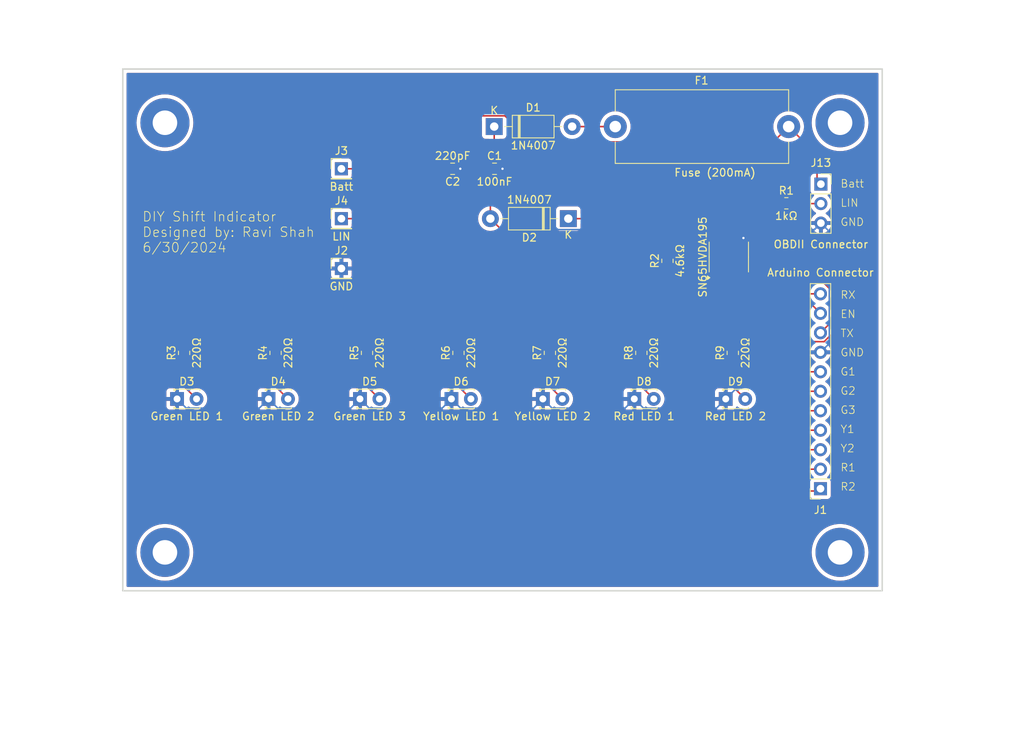
<source format=kicad_pcb>
(kicad_pcb (version 20240108) (generator "pcbnew") (generator_version "8.0")
  (layers (0 "F.Cu" signal) (31 "B.Cu" signal) (34 "B.Paste" user) (35 "F.Paste" user) (36 "B.SilkS" user "B.Silkscreen") (37 "F.SilkS" user "F.Silkscreen") (38 "B.Mask" user) (39 "F.Mask" user) (44 "Edge.Cuts" user))
  (net 0 "")
  (net 1 "GND")
  (net 2 "Net-(D1-K)")
  (net 3 "Net-(J13-Pin_2)")
  (net 4 "-BATT")
  (net 5 "Net-(D2-K)")
  (net 6 "Net-(D3-A)")
  (net 7 "Net-(D4-A)")
  (net 8 "Net-(D5-A)")
  (net 9 "Net-(D6-A)")
  (net 10 "Net-(D7-A)")
  (net 11 "Net-(D8-A)")
  (net 12 "Net-(D9-A)")
  (net 13 "Net-(J1-Pin_3)")
  (net 14 "Net-(J1-Pin_6)")
  (net 15 "Net-(J1-Pin_9)")
  (net 16 "Net-(J1-Pin_11)")
  (net 17 "Net-(J1-Pin_5)")
  (net 18 "Net-(J1-Pin_7)")
  (net 19 "Net-(J1-Pin_10)")
  (net 20 "Net-(J1-Pin_1)")
  (net 21 "Net-(J1-Pin_2)")
  (net 22 "Net-(J1-Pin_4)")
  (net 23 "Net-(SN65HVDA195-NWake)")
  (net 25 "Net-(J13-Pin_1)")
  (footprint "Package_SO:SOIC-8_3.9x4.9mm_P1.27mm" (layer "F.Cu") (at 177 71 90)
    (property "Reference" "SN65HVDA195" (at 0 -3.4 270) (layer "F.SilkS"))
    (property "Value" "~")
    (fp_line (start 0 -2.56) (end 1.95 -2.56) (stroke (width 0.12)) (layer "F.SilkS"))
    (fp_line (start 0 -2.56) (end -1.95 -2.56) (stroke (width 0.12)) (layer "F.SilkS"))
    (fp_line (start 0 2.56) (end 1.95 2.56) (stroke (width 0.12)) (layer "F.SilkS"))
    (fp_line (start 0 2.56) (end -1.95 2.56) (stroke (width 0.12)) (layer "F.SilkS"))
    (fp_poly (pts (xy -2.7 -2.465) (xy -2.94 -2.795) (xy -2.46 -2.795) (xy -2.7 -2.465)) (stroke (width 0.12)) (fill solid) (layer "F.SilkS"))
    (pad "1" smd roundrect (at -2.475 -1.905 90) (size 1.95 0.6) (layers "F.Cu" "F.Paste" "F.Mask") (net 16 "Net-(J1-Pin_11)"))
    (pad "2" smd roundrect (at -2.475 -0.635 90) (size 1.95 0.6) (layers "F.Cu" "F.Paste" "F.Mask") (net 19 "Net-(J1-Pin_10)"))
    (pad "3" smd roundrect (at -2.475 0.635 90) (size 1.95 0.6) (layers "F.Cu" "F.Paste" "F.Mask") (net 23 "Net-(SN65HVDA195-NWake)"))
    (pad "4" smd roundrect (at -2.475 1.905 90) (size 1.95 0.6) (layers "F.Cu" "F.Paste" "F.Mask") (net 15 "Net-(J1-Pin_9)"))
    (pad "5" smd roundrect (at 2.475 1.905 90) (size 1.95 0.6) (layers "F.Cu" "F.Paste" "F.Mask") (net 1 "GND"))
    (pad "6" smd roundrect (at 2.475 0.635 90) (size 1.95 0.6) (layers "F.Cu" "F.Paste" "F.Mask") (net 3 "Net-(J13-Pin_2)"))
    (pad "7" smd roundrect (at 2.475 -0.635 90) (size 1.95 0.6) (layers "F.Cu" "F.Paste" "F.Mask") (net 2 "Net-(D1-K)"))
    (pad "8" smd roundrect (at 2.475 -1.905 90) (size 1.95 0.6) (layers "F.Cu" "F.Paste" "F.Mask"))
  )
  (footprint "LED_THT:LED_D1.8mm_W3.3mm_H2.4mm" (layer "F.Cu") (at 128.919166 89.5)
    (property "Reference" "D5" (at 1.27 -2.26 360) (layer "F.SilkS"))
    (property "Value" "Green LED 3" (at 1.27 2.26 0) (layer "F.SilkS"))
    (fp_line (start -0.44 -1.26) (end -0.44 -1.08) (stroke (width 0.12)) (layer "F.SilkS"))
    (fp_line (start -0.44 -1.26) (end 2.98 -1.26) (stroke (width 0.12)) (layer "F.SilkS"))
    (fp_line (start -0.44 1.08) (end -0.44 1.26) (stroke (width 0.12)) (layer "F.SilkS"))
    (fp_line (start -0.44 1.26) (end 2.98 1.26) (stroke (width 0.12)) (layer "F.SilkS"))
    (fp_line (start -0.32 -1.26) (end -0.32 -1.08) (stroke (width 0.12)) (layer "F.SilkS"))
    (fp_line (start -0.32 1.08) (end -0.32 1.26) (stroke (width 0.12)) (layer "F.SilkS"))
    (fp_line (start -0.2 -1.26) (end -0.2 -1.08) (stroke (width 0.12)) (layer "F.SilkS"))
    (fp_line (start -0.2 1.08) (end -0.2 1.26) (stroke (width 0.12)) (layer "F.SilkS"))
    (fp_line (start 2.98 -1.26) (end 2.98 -1.095) (stroke (width 0.12)) (layer "F.SilkS"))
    (fp_line (start 2.98 1.095) (end 2.98 1.26) (stroke (width 0.12)) (layer "F.SilkS"))
    (pad "1" thru_hole rect (at 0 0) (size 1.8 1.8) (drill 0.9) (layers "*.Cu" "*.Mask") (net 1 "GND"))
    (pad "2" thru_hole circle (at 2.54 0) (size 1.8 1.8) (drill 0.9) (layers "*.Cu" "*.Mask") (net 8 "Net-(D5-A)"))
  )
  (footprint "LED_THT:LED_D1.8mm_W3.3mm_H2.4mm" (layer "F.Cu") (at 152.758332 89.5)
    (property "Reference" "D7" (at 1.27 -2.26 360) (layer "F.SilkS"))
    (property "Value" "Yellow LED 2" (at 1.27 2.26 0) (layer "F.SilkS"))
    (fp_line (start -0.44 -1.26) (end -0.44 -1.08) (stroke (width 0.12)) (layer "F.SilkS"))
    (fp_line (start -0.44 -1.26) (end 2.98 -1.26) (stroke (width 0.12)) (layer "F.SilkS"))
    (fp_line (start -0.44 1.08) (end -0.44 1.26) (stroke (width 0.12)) (layer "F.SilkS"))
    (fp_line (start -0.44 1.26) (end 2.98 1.26) (stroke (width 0.12)) (layer "F.SilkS"))
    (fp_line (start -0.32 -1.26) (end -0.32 -1.08) (stroke (width 0.12)) (layer "F.SilkS"))
    (fp_line (start -0.32 1.08) (end -0.32 1.26) (stroke (width 0.12)) (layer "F.SilkS"))
    (fp_line (start -0.2 -1.26) (end -0.2 -1.08) (stroke (width 0.12)) (layer "F.SilkS"))
    (fp_line (start -0.2 1.08) (end -0.2 1.26) (stroke (width 0.12)) (layer "F.SilkS"))
    (fp_line (start 2.98 -1.26) (end 2.98 -1.095) (stroke (width 0.12)) (layer "F.SilkS"))
    (fp_line (start 2.98 1.095) (end 2.98 1.26) (stroke (width 0.12)) (layer "F.SilkS"))
    (pad "1" thru_hole rect (at 0 0) (size 1.8 1.8) (drill 0.9) (layers "*.Cu" "*.Mask") (net 1 "GND"))
    (pad "2" thru_hole circle (at 2.54 0) (size 1.8 1.8) (drill 0.9) (layers "*.Cu" "*.Mask") (net 10 "Net-(D7-A)"))
  )
  (footprint "LED_THT:LED_D1.8mm_W3.3mm_H2.4mm" (layer "F.Cu") (at 105.08 89.5)
    (property "Reference" "D3" (at 1.27 -2.26 360) (layer "F.SilkS"))
    (property "Value" "Green LED 1" (at 1.27 2.26 0) (layer "F.SilkS"))
    (fp_line (start -0.44 -1.26) (end -0.44 -1.08) (stroke (width 0.12)) (layer "F.SilkS"))
    (fp_line (start -0.44 -1.26) (end 2.98 -1.26) (stroke (width 0.12)) (layer "F.SilkS"))
    (fp_line (start -0.44 1.08) (end -0.44 1.26) (stroke (width 0.12)) (layer "F.SilkS"))
    (fp_line (start -0.44 1.26) (end 2.98 1.26) (stroke (width 0.12)) (layer "F.SilkS"))
    (fp_line (start -0.32 -1.26) (end -0.32 -1.08) (stroke (width 0.12)) (layer "F.SilkS"))
    (fp_line (start -0.32 1.08) (end -0.32 1.26) (stroke (width 0.12)) (layer "F.SilkS"))
    (fp_line (start -0.2 -1.26) (end -0.2 -1.08) (stroke (width 0.12)) (layer "F.SilkS"))
    (fp_line (start -0.2 1.08) (end -0.2 1.26) (stroke (width 0.12)) (layer "F.SilkS"))
    (fp_line (start 2.98 -1.26) (end 2.98 -1.095) (stroke (width 0.12)) (layer "F.SilkS"))
    (fp_line (start 2.98 1.095) (end 2.98 1.26) (stroke (width 0.12)) (layer "F.SilkS"))
    (pad "1" thru_hole rect (at 0 0) (size 1.8 1.8) (drill 0.9) (layers "*.Cu" "*.Mask") (net 1 "GND"))
    (pad "2" thru_hole circle (at 2.54 0) (size 1.8 1.8) (drill 0.9) (layers "*.Cu" "*.Mask") (net 6 "Net-(D3-A)"))
  )
  (footprint "LED_THT:LED_D1.8mm_W3.3mm_H2.4mm" (layer "F.Cu") (at 140.838749 89.5)
    (property "Reference" "D6" (at 1.27 -2.26 360) (layer "F.SilkS"))
    (property "Value" "Yellow LED 1" (at 1.27 2.26 0) (layer "F.SilkS"))
    (fp_line (start -0.44 -1.26) (end -0.44 -1.08) (stroke (width 0.12)) (layer "F.SilkS"))
    (fp_line (start -0.44 -1.26) (end 2.98 -1.26) (stroke (width 0.12)) (layer "F.SilkS"))
    (fp_line (start -0.44 1.08) (end -0.44 1.26) (stroke (width 0.12)) (layer "F.SilkS"))
    (fp_line (start -0.44 1.26) (end 2.98 1.26) (stroke (width 0.12)) (layer "F.SilkS"))
    (fp_line (start -0.32 -1.26) (end -0.32 -1.08) (stroke (width 0.12)) (layer "F.SilkS"))
    (fp_line (start -0.32 1.08) (end -0.32 1.26) (stroke (width 0.12)) (layer "F.SilkS"))
    (fp_line (start -0.2 -1.26) (end -0.2 -1.08) (stroke (width 0.12)) (layer "F.SilkS"))
    (fp_line (start -0.2 1.08) (end -0.2 1.26) (stroke (width 0.12)) (layer "F.SilkS"))
    (fp_line (start 2.98 -1.26) (end 2.98 -1.095) (stroke (width 0.12)) (layer "F.SilkS"))
    (fp_line (start 2.98 1.095) (end 2.98 1.26) (stroke (width 0.12)) (layer "F.SilkS"))
    (pad "1" thru_hole rect (at 0 0) (size 1.8 1.8) (drill 0.9) (layers "*.Cu" "*.Mask") (net 1 "GND"))
    (pad "2" thru_hole circle (at 2.54 0) (size 1.8 1.8) (drill 0.9) (layers "*.Cu" "*.Mask") (net 9 "Net-(D6-A)"))
  )
  (footprint "Resistor_SMD:R_0805_2012Metric_Pad1.20x1.40mm_HandSolder" (layer "F.Cu") (at 106 83.5 90)
    (property "Reference" "R3" (at 0 -1.65 270) (layer "F.SilkS"))
    (property "Value" "220Ω" (at 0 1.65 270) (layer "F.SilkS"))
    (fp_line (start -0.227064 -0.735) (end 0.227064 -0.735) (stroke (width 0.12)) (layer "F.SilkS"))
    (fp_line (start -0.227064 0.735) (end 0.227064 0.735) (stroke (width 0.12)) (layer "F.SilkS"))
    (pad "1" smd roundrect (at -1 0 90) (size 1.2 1.4) (layers "F.Cu" "F.Paste" "F.Mask") (roundrect_rratio 0.208333) (net 6 "Net-(D3-A)"))
    (pad "2" smd roundrect (at 1 0 90) (size 1.2 1.4) (layers "F.Cu" "F.Paste" "F.Mask") (roundrect_rratio 0.208333) (net 18 "Net-(J1-Pin_7)"))
  )
  (footprint "LED_THT:LED_D1.8mm_W3.3mm_H2.4mm" (layer "F.Cu") (at 116.999583 89.5)
    (property "Reference" "D4" (at 1.27 -2.26 360) (layer "F.SilkS"))
    (property "Value" "Green LED 2" (at 1.27 2.26 0) (layer "F.SilkS"))
    (fp_line (start -0.44 -1.26) (end -0.44 -1.08) (stroke (width 0.12)) (layer "F.SilkS"))
    (fp_line (start -0.44 -1.26) (end 2.98 -1.26) (stroke (width 0.12)) (layer "F.SilkS"))
    (fp_line (start -0.44 1.08) (end -0.44 1.26) (stroke (width 0.12)) (layer "F.SilkS"))
    (fp_line (start -0.44 1.26) (end 2.98 1.26) (stroke (width 0.12)) (layer "F.SilkS"))
    (fp_line (start -0.32 -1.26) (end -0.32 -1.08) (stroke (width 0.12)) (layer "F.SilkS"))
    (fp_line (start -0.32 1.08) (end -0.32 1.26) (stroke (width 0.12)) (layer "F.SilkS"))
    (fp_line (start -0.2 -1.26) (end -0.2 -1.08) (stroke (width 0.12)) (layer "F.SilkS"))
    (fp_line (start -0.2 1.08) (end -0.2 1.26) (stroke (width 0.12)) (layer "F.SilkS"))
    (fp_line (start 2.98 -1.26) (end 2.98 -1.095) (stroke (width 0.12)) (layer "F.SilkS"))
    (fp_line (start 2.98 1.095) (end 2.98 1.26) (stroke (width 0.12)) (layer "F.SilkS"))
    (pad "1" thru_hole rect (at 0 0) (size 1.8 1.8) (drill 0.9) (layers "*.Cu" "*.Mask") (net 1 "GND"))
    (pad "2" thru_hole circle (at 2.54 0) (size 1.8 1.8) (drill 0.9) (layers "*.Cu" "*.Mask") (net 7 "Net-(D4-A)"))
  )
  (footprint "LED_THT:LED_D1.8mm_W3.3mm_H2.4mm" (layer "F.Cu") (at 176.5975 89.5)
    (property "Reference" "D9" (at 1.27 -2.26 360) (layer "F.SilkS"))
    (property "Value" "Red LED 2" (at 1.27 2.26 0) (layer "F.SilkS"))
    (fp_line (start -0.44 -1.26) (end -0.44 -1.08) (stroke (width 0.12)) (layer "F.SilkS"))
    (fp_line (start -0.44 -1.26) (end 2.98 -1.26) (stroke (width 0.12)) (layer "F.SilkS"))
    (fp_line (start -0.44 1.08) (end -0.44 1.26) (stroke (width 0.12)) (layer "F.SilkS"))
    (fp_line (start -0.44 1.26) (end 2.98 1.26) (stroke (width 0.12)) (layer "F.SilkS"))
    (fp_line (start -0.32 -1.26) (end -0.32 -1.08) (stroke (width 0.12)) (layer "F.SilkS"))
    (fp_line (start -0.32 1.08) (end -0.32 1.26) (stroke (width 0.12)) (layer "F.SilkS"))
    (fp_line (start -0.2 -1.26) (end -0.2 -1.08) (stroke (width 0.12)) (layer "F.SilkS"))
    (fp_line (start -0.2 1.08) (end -0.2 1.26) (stroke (width 0.12)) (layer "F.SilkS"))
    (fp_line (start 2.98 -1.26) (end 2.98 -1.095) (stroke (width 0.12)) (layer "F.SilkS"))
    (fp_line (start 2.98 1.095) (end 2.98 1.26) (stroke (width 0.12)) (layer "F.SilkS"))
    (pad "1" thru_hole rect (at 0 0) (size 1.8 1.8) (drill 0.9) (layers "*.Cu" "*.Mask") (net 1 "GND"))
    (pad "2" thru_hole circle (at 2.54 0) (size 1.8 1.8) (drill 0.9) (layers "*.Cu" "*.Mask") (net 12 "Net-(D9-A)"))
  )
  (footprint "Diode_THT:D_DO-41_SOD81_P10.16mm_Horizontal" (layer "F.Cu") (at 156.08 66 180)
    (property "Reference" "D2" (at 5.08 -2.47 180) (layer "F.SilkS"))
    (property "Value" "1N4007" (at 5.08 2.47 180) (layer "F.SilkS"))
    (fp_line (start 8.82 0) (end 7.8 0) (stroke (width 0.12)) (layer "F.SilkS"))
    (fp_line (start 7.8 1.47) (end 7.8 -1.47) (stroke (width 0.12)) (layer "F.SilkS"))
    (fp_line (start 7.8 -1.47) (end 2.36 -1.47) (stroke (width 0.12)) (layer "F.SilkS"))
    (fp_line (start 3.38 -1.47) (end 3.38 1.47) (stroke (width 0.12)) (layer "F.SilkS"))
    (fp_line (start 3.26 -1.47) (end 3.26 1.47) (stroke (width 0.12)) (layer "F.SilkS"))
    (fp_line (start 3.14 -1.47) (end 3.14 1.47) (stroke (width 0.12)) (layer "F.SilkS"))
    (fp_line (start 2.36 1.47) (end 7.8 1.47) (stroke (width 0.12)) (layer "F.SilkS"))
    (fp_line (start 2.36 -1.47) (end 2.36 1.47) (stroke (width 0.12)) (layer "F.SilkS"))
    (fp_line (start 1.34 0) (end 2.36 0) (stroke (width 0.12)) (layer "F.SilkS"))
    (fp_text user "K" (at 0 -2.1 180) (layer "F.SilkS"))
    (pad "1" thru_hole rect (at 0 0 180) (size 2.2 2.2) (drill 1.1) (layers "*.Cu" "*.Mask") (net 5 "Net-(D2-K)"))
    (pad "2" thru_hole oval (at 10.16 0 180) (size 2.2 2.2) (drill 1.1) (layers "*.Cu" "*.Mask") (net 2 "Net-(D1-K)"))
  )
  (footprint "LED_THT:LED_D1.8mm_W3.3mm_H2.4mm" (layer "F.Cu") (at 164.677915 89.5)
    (property "Reference" "D8" (at 1.27 -2.26 360) (layer "F.SilkS"))
    (property "Value" "Red LED 1" (at 1.27 2.26 0) (layer "F.SilkS"))
    (fp_line (start -0.44 -1.26) (end -0.44 -1.08) (stroke (width 0.12)) (layer "F.SilkS"))
    (fp_line (start -0.44 -1.26) (end 2.98 -1.26) (stroke (width 0.12)) (layer "F.SilkS"))
    (fp_line (start -0.44 1.08) (end -0.44 1.26) (stroke (width 0.12)) (layer "F.SilkS"))
    (fp_line (start -0.44 1.26) (end 2.98 1.26) (stroke (width 0.12)) (layer "F.SilkS"))
    (fp_line (start -0.32 -1.26) (end -0.32 -1.08) (stroke (width 0.12)) (layer "F.SilkS"))
    (fp_line (start -0.32 1.08) (end -0.32 1.26) (stroke (width 0.12)) (layer "F.SilkS"))
    (fp_line (start -0.2 -1.26) (end -0.2 -1.08) (stroke (width 0.12)) (layer "F.SilkS"))
    (fp_line (start -0.2 1.08) (end -0.2 1.26) (stroke (width 0.12)) (layer "F.SilkS"))
    (fp_line (start 2.98 -1.26) (end 2.98 -1.095) (stroke (width 0.12)) (layer "F.SilkS"))
    (fp_line (start 2.98 1.095) (end 2.98 1.26) (stroke (width 0.12)) (layer "F.SilkS"))
    (pad "1" thru_hole rect (at 0 0) (size 1.8 1.8) (drill 0.9) (layers "*.Cu" "*.Mask") (net 1 "GND"))
    (pad "2" thru_hole circle (at 2.54 0) (size 1.8 1.8) (drill 0.9) (layers "*.Cu" "*.Mask") (net 11 "Net-(D8-A)"))
  )
  (footprint "Capacitor_SMD:C_0805_2012Metric_Pad1.18x1.45mm_HandSolder" (layer "F.Cu") (at 146.4625 59.5)
    (property "Reference" "C1" (at 0 -1.68 360) (layer "F.SilkS"))
    (property "Value" "100nF" (at 0 1.68 0) (layer "F.SilkS"))
    (fp_line (start -0.261252 -0.735) (end 0.261252 -0.735) (stroke (width 0.12)) (layer "F.SilkS"))
    (fp_line (start -0.261252 0.735) (end 0.261252 0.735) (stroke (width 0.12)) (layer "F.SilkS"))
    (pad "1" smd roundrect (at -1.0375 0) (size 1.175 1.45) (layers "F.Cu" "F.Paste" "F.Mask") (roundrect_rratio 0.212766) (net 2 "Net-(D1-K)"))
    (pad "2" smd roundrect (at 1.0375 0) (size 1.175 1.45) (layers "F.Cu" "F.Paste" "F.Mask") (roundrect_rratio 0.212766) (net 1 "GND"))
  )
  (footprint "Resistor_SMD:R_0805_2012Metric_Pad1.20x1.40mm_HandSolder" (layer "F.Cu") (at 165.597915 83.5 90)
    (property "Reference" "R8" (at 0 -1.65 270) (layer "F.SilkS"))
    (property "Value" "220Ω" (at 0 1.65 270) (layer "F.SilkS"))
    (fp_line (start -0.227064 -0.735) (end 0.227064 -0.735) (stroke (width 0.12)) (layer "F.SilkS"))
    (fp_line (start -0.227064 0.735) (end 0.227064 0.735) (stroke (width 0.12)) (layer "F.SilkS"))
    (pad "1" smd roundrect (at -1 0 90) (size 1.2 1.4) (layers "F.Cu" "F.Paste" "F.Mask") (roundrect_rratio 0.208333) (net 11 "Net-(D8-A)"))
    (pad "2" smd roundrect (at 1 0 90) (size 1.2 1.4) (layers "F.Cu" "F.Paste" "F.Mask") (roundrect_rratio 0.208333) (net 21 "Net-(J1-Pin_2)"))
  )
  (footprint "Resistor_SMD:R_0805_2012Metric_Pad1.20x1.40mm_HandSolder" (layer "F.Cu") (at 153.678332 83.5 90)
    (property "Reference" "R7" (at 0 -1.65 270) (layer "F.SilkS"))
    (property "Value" "220Ω" (at 0 1.65 270) (layer "F.SilkS"))
    (fp_line (start -0.227064 -0.735) (end 0.227064 -0.735) (stroke (width 0.12)) (layer "F.SilkS"))
    (fp_line (start -0.227064 0.735) (end 0.227064 0.735) (stroke (width 0.12)) (layer "F.SilkS"))
    (pad "1" smd roundrect (at -1 0 90) (size 1.2 1.4) (layers "F.Cu" "F.Paste" "F.Mask") (roundrect_rratio 0.208333) (net 10 "Net-(D7-A)"))
    (pad "2" smd roundrect (at 1 0 90) (size 1.2 1.4) (layers "F.Cu" "F.Paste" "F.Mask") (roundrect_rratio 0.208333) (net 13 "Net-(J1-Pin_3)"))
  )
  (footprint "Resistor_SMD:R_0805_2012Metric_Pad1.20x1.40mm_HandSolder" (layer "F.Cu") (at 141.758749 83.5 90)
    (property "Reference" "R6" (at 0 -1.65 270) (layer "F.SilkS"))
    (property "Value" "220Ω" (at 0 1.65 270) (layer "F.SilkS"))
    (fp_line (start -0.227064 -0.735) (end 0.227064 -0.735) (stroke (width 0.12)) (layer "F.SilkS"))
    (fp_line (start -0.227064 0.735) (end 0.227064 0.735) (stroke (width 0.12)) (layer "F.SilkS"))
    (pad "1" smd roundrect (at -1 0 90) (size 1.2 1.4) (layers "F.Cu" "F.Paste" "F.Mask") (roundrect_rratio 0.208333) (net 9 "Net-(D6-A)"))
    (pad "2" smd roundrect (at 1 0 90) (size 1.2 1.4) (layers "F.Cu" "F.Paste" "F.Mask") (roundrect_rratio 0.208333) (net 22 "Net-(J1-Pin_4)"))
  )
  (footprint "Resistor_SMD:R_0805_2012Metric_Pad1.20x1.40mm_HandSolder" (layer "F.Cu") (at 169 71.5 90)
    (property "Reference" "R2" (at 0 -1.65 90) (layer "F.SilkS"))
    (property "Value" "4.6kΩ" (at 0 1.65 90) (layer "F.SilkS"))
    (fp_line (start -0.227064 -0.735) (end 0.227064 -0.735) (stroke (width 0.12)) (layer "F.SilkS"))
    (fp_line (start -0.227064 0.735) (end 0.227064 0.735) (stroke (width 0.12)) (layer "F.SilkS"))
    (pad "1" smd roundrect (at -1 0 90) (size 1.2 1.4) (layers "F.Cu" "F.Paste" "F.Mask") (roundrect_rratio 0.208333) (net 23 "Net-(SN65HVDA195-NWake)"))
    (pad "2" smd roundrect (at 1 0 90) (size 1.2 1.4) (layers "F.Cu" "F.Paste" "F.Mask") (roundrect_rratio 0.208333) (net 2 "Net-(D1-K)"))
  )
  (footprint "MountingHole:MountingHole_3.2mm_M3_Pad" (layer "F.Cu") (at 191.5 109.5)
    (property "Reference" "H4" (hide yes))
    (property "Value" "MountingHole" (hide yes))
    (pad "1" thru_hole circle (at 0 0) (size 6.4 6.4) (drill 3.2) (layers "*.Cu" "*.Mask"))
  )
  (footprint "Capacitor_SMD:C_0805_2012Metric_Pad1.18x1.45mm_HandSolder" (layer "F.Cu") (at 141 59.5 180)
    (property "Reference" "C2" (at 0 -1.68 180) (layer "F.SilkS"))
    (property "Value" "220pF" (at 0 1.68 180) (layer "F.SilkS"))
    (fp_line (start -0.261252 0.735) (end 0.261252 0.735) (stroke (width 0.12)) (layer "F.SilkS"))
    (fp_line (start -0.261252 -0.735) (end 0.261252 -0.735) (stroke (width 0.12)) (layer "F.SilkS"))
    (pad "1" smd roundrect (at -1.0375 0 180) (size 1.175 1.45) (layers "F.Cu" "F.Paste" "F.Mask") (roundrect_rratio 0.212766) (net 1 "GND"))
    (pad "2" smd roundrect (at 1.0375 0 180) (size 1.175 1.45) (layers "F.Cu" "F.Paste" "F.Mask") (roundrect_rratio 0.212766) (net 3 "Net-(J13-Pin_2)"))
  )
  (footprint "Diode_THT:D_DO-41_SOD81_P10.16mm_Horizontal" (layer "F.Cu") (at 146.42 54)
    (property "Reference" "D1" (at 5.08 -2.47 0) (layer "F.SilkS"))
    (property "Value" "1N4007" (at 5.08 2.47 0) (layer "F.SilkS"))
    (fp_line (start 1.34 0) (end 2.36 0) (stroke (width 0.12)) (layer "F.SilkS"))
    (fp_line (start 2.36 -1.47) (end 2.36 1.47) (stroke (width 0.12)) (layer "F.SilkS"))
    (fp_line (start 2.36 1.47) (end 7.8 1.47) (stroke (width 0.12)) (layer "F.SilkS"))
    (fp_line (start 3.14 -1.47) (end 3.14 1.47) (stroke (width 0.12)) (layer "F.SilkS"))
    (fp_line (start 3.26 -1.47) (end 3.26 1.47) (stroke (width 0.12)) (layer "F.SilkS"))
    (fp_line (start 3.38 -1.47) (end 3.38 1.47) (stroke (width 0.12)) (layer "F.SilkS"))
    (fp_line (start 7.8 -1.47) (end 2.36 -1.47) (stroke (width 0.12)) (layer "F.SilkS"))
    (fp_line (start 7.8 1.47) (end 7.8 -1.47) (stroke (width 0.12)) (layer "F.SilkS"))
    (fp_line (start 8.82 0) (end 7.8 0) (stroke (width 0.12)) (layer "F.SilkS"))
    (fp_text user "K" (at 0 -2.1 0) (layer "F.SilkS"))
    (pad "1" thru_hole rect (at 0 0) (size 2.2 2.2) (drill 1.1) (layers "*.Cu" "*.Mask") (net 2 "Net-(D1-K)"))
    (pad "2" thru_hole oval (at 10.16 0) (size 2.2 2.2) (drill 1.1) (layers "*.Cu" "*.Mask") (net 4 "-BATT"))
  )
  (footprint "Connector_PinSocket_2.54mm:PinSocket_1x11_P2.54mm_Vertical" (layer "F.Cu") (at 188.95 101.2 180)
    (property "Reference" "J1" (at 0 -2.77 180) (layer "F.SilkS"))
    (property "Value" "Arduino Connector" (at 0 28.17 180) (layer "F.SilkS"))
    (fp_line (start 1.33 1.27) (end 1.33 26.73) (stroke (width 0.12)) (layer "F.SilkS"))
    (fp_line (start 1.33 -1.33) (end 1.33 0) (stroke (width 0.12)) (layer "F.SilkS"))
    (fp_line (start 0 -1.33) (end 1.33 -1.33) (stroke (width 0.12)) (layer "F.SilkS"))
    (fp_line (start -1.33 26.73) (end 1.33 26.73) (stroke (width 0.12)) (layer "F.SilkS"))
    (fp_line (start -1.33 1.27) (end 1.33 1.27) (stroke (width 0.12)) (layer "F.SilkS"))
    (fp_line (start -1.33 1.27) (end -1.33 26.73) (stroke (width 0.12)) (layer "F.SilkS"))
    (pad "1" thru_hole rect (at 0 0 180) (size 1.7 1.7) (drill 1) (layers "*.Cu" "*.Mask") (net 20 "Net-(J1-Pin_1)"))
    (pad "2" thru_hole oval (at 0 2.54 180) (size 1.7 1.7) (drill 1) (layers "*.Cu" "*.Mask") (net 21 "Net-(J1-Pin_2)"))
    (pad "3" thru_hole oval (at 0 5.08 180) (size 1.7 1.7) (drill 1) (layers "*.Cu" "*.Mask") (net 13 "Net-(J1-Pin_3)"))
    (pad "4" thru_hole oval (at 0 7.62 180) (size 1.7 1.7) (drill 1) (layers "*.Cu" "*.Mask") (net 22 "Net-(J1-Pin_4)"))
    (pad "5" thru_hole oval (at 0 10.16 180) (size 1.7 1.7) (drill 1) (layers "*.Cu" "*.Mask") (net 17 "Net-(J1-Pin_5)"))
    (pad "6" thru_hole oval (at 0 12.7 180) (size 1.7 1.7) (drill 1) (layers "*.Cu" "*.Mask") (net 14 "Net-(J1-Pin_6)"))
    (pad "7" thru_hole oval (at 0 15.24 180) (size 1.7 1.7) (drill 1) (layers "*.Cu" "*.Mask") (net 18 "Net-(J1-Pin_7)"))
    (pad "8" thru_hole oval (at 0 17.78 180) (size 1.7 1.7) (drill 1) (layers "*.Cu" "*.Mask") (net 1 "GND"))
    (pad "9" thru_hole oval (at 0 20.32 180) (size 1.7 1.7) (drill 1) (layers "*.Cu" "*.Mask") (net 15 "Net-(J1-Pin_9)"))
    (pad "10" thru_hole oval (at 0 22.86 180) (size 1.7 1.7) (drill 1) (layers "*.Cu" "*.Mask") (net 19 "Net-(J1-Pin_10)"))
    (pad "11" thru_hole oval (at 0 25.4 180) (size 1.7 1.7) (drill 1) (layers "*.Cu" "*.Mask") (net 16 "Net-(J1-Pin_11)"))
  )
  (footprint "MountingHole:MountingHole_3.2mm_M3_Pad" (layer "F.Cu") (at 103.5 53.5)
    (property "Reference" "H1" (hide yes))
    (property "Value" "MountingHole" (hide yes))
    (pad "1" thru_hole circle (at 0 0) (size 6.4 6.4) (drill 3.2) (layers "*.Cu" "*.Mask"))
  )
  (footprint "MountingHole:MountingHole_3.2mm_M3_Pad" (layer "F.Cu") (at 103.5 109.5)
    (property "Reference" "H3" (hide yes))
    (property "Value" "MountingHole" (hide yes))
    (pad "1" thru_hole circle (at 0 0) (size 6.4 6.4) (drill 3.2) (layers "*.Cu" "*.Mask"))
  )
  (footprint "Resistor_SMD:R_0805_2012Metric_Pad1.20x1.40mm_HandSolder" (layer "F.Cu") (at 129.839166 83.5 90)
    (property "Reference" "R5" (at 0 -1.65 270) (layer "F.SilkS"))
    (property "Value" "220Ω" (at 0 1.65 270) (layer "F.SilkS"))
    (fp_line (start -0.227064 -0.735) (end 0.227064 -0.735) (stroke (width 0.12)) (layer "F.SilkS"))
    (fp_line (start -0.227064 0.735) (end 0.227064 0.735) (stroke (width 0.12)) (layer "F.SilkS"))
    (pad "1" smd roundrect (at -1 0 90) (size 1.2 1.4) (layers "F.Cu" "F.Paste" "F.Mask") (roundrect_rratio 0.208333) (net 8 "Net-(D5-A)"))
    (pad "2" smd roundrect (at 1 0 90) (size 1.2 1.4) (layers "F.Cu" "F.Paste" "F.Mask") (roundrect_rratio 0.208333) (net 17 "Net-(J1-Pin_5)"))
  )
  (footprint "Connector_PinHeader_2.54mm:PinHeader_1x01_P2.54mm_Vertical" (layer "F.Cu") (at 126.5 59.5)
    (property "Reference" "J3" (at 0 -2.33 0) (layer "F.SilkS"))
    (property "Value" "Batt" (at 0 2.33 0) (layer "F.SilkS"))
    (fp_line (start -1.33 -1.33) (end 0 -1.33) (stroke (width 0.12)) (layer "F.SilkS"))
    (fp_line (start -1.33 0) (end -1.33 -1.33) (stroke (width 0.12)) (layer "F.SilkS"))
    (fp_line (start -1.33 1.27) (end -1.33 1.33) (stroke (width 0.12)) (layer "F.SilkS"))
    (fp_line (start -1.33 1.27) (end 1.33 1.27) (stroke (width 0.12)) (layer "F.SilkS"))
    (fp_line (start -1.33 1.33) (end 1.33 1.33) (stroke (width 0.12)) (layer "F.SilkS"))
    (fp_line (start 1.33 1.27) (end 1.33 1.33) (stroke (width 0.12)) (layer "F.SilkS"))
    (pad "1" thru_hole rect (at 0 0) (size 1.7 1.7) (drill 1) (layers "*.Cu" "*.Mask") (net 25 "Net-(J13-Pin_1)"))
  )
  (footprint "Connector_PinHeader_2.54mm:PinHeader_1x01_P2.54mm_Vertical" (layer "F.Cu") (at 126.5 66)
    (property "Reference" "J4" (at 0 -2.33 0) (layer "F.SilkS"))
    (property "Value" "LIN" (at 0 2.33 0) (layer "F.SilkS"))
    (fp_line (start -1.33 -1.33) (end 0 -1.33) (stroke (width 0.12)) (layer "F.SilkS"))
    (fp_line (start -1.33 0) (end -1.33 -1.33) (stroke (width 0.12)) (layer "F.SilkS"))
    (fp_line (start -1.33 1.27) (end -1.33 1.33) (stroke (width 0.12)) (layer "F.SilkS"))
    (fp_line (start -1.33 1.27) (end 1.33 1.27) (stroke (width 0.12)) (layer "F.SilkS"))
    (fp_line (start -1.33 1.33) (end 1.33 1.33) (stroke (width 0.12)) (layer "F.SilkS"))
    (fp_line (start 1.33 1.27) (end 1.33 1.33) (stroke (width 0.12)) (layer "F.SilkS"))
    (pad "1" thru_hole rect (at 0 0) (size 1.7 1.7) (drill 1) (layers "*.Cu" "*.Mask") (net 3 "Net-(J13-Pin_2)"))
  )
  (footprint "Resistor_SMD:R_0805_2012Metric_Pad1.20x1.40mm_HandSolder" (layer "F.Cu") (at 184.5 64)
    (property "Reference" "R1" (at 0 -1.65 0) (layer "F.SilkS"))
    (property "Value" "1kΩ" (at 0 1.65 0) (layer "F.SilkS"))
    (fp_line (start -0.227064 -0.735) (end 0.227064 -0.735) (stroke (width 0.12)) (layer "F.SilkS"))
    (fp_line (start -0.227064 0.735) (end 0.227064 0.735) (stroke (width 0.12)) (layer "F.SilkS"))
    (pad "1" smd roundrect (at -1 0) (size 1.2 1.4) (layers "F.Cu" "F.Paste" "F.Mask") (roundrect_rratio 0.208333) (net 5 "Net-(D2-K)"))
    (pad "2" smd roundrect (at 1 0) (size 1.2 1.4) (layers "F.Cu" "F.Paste" "F.Mask") (roundrect_rratio 0.208333) (net 3 "Net-(J13-Pin_2)"))
  )
  (footprint "Resistor_SMD:R_0805_2012Metric_Pad1.20x1.40mm_HandSolder" (layer "F.Cu") (at 117.919583 83.5 90)
    (property "Reference" "R4" (at 0 -1.65 270) (layer "F.SilkS"))
    (property "Value" "220Ω" (at 0 1.65 270) (layer "F.SilkS"))
    (fp_line (start -0.227064 -0.735) (end 0.227064 -0.735) (stroke (width 0.12)) (layer "F.SilkS"))
    (fp_line (start -0.227064 0.735) (end 0.227064 0.735) (stroke (width 0.12)) (layer "F.SilkS"))
    (pad "1" smd roundrect (at -1 0 90) (size 1.2 1.4) (layers "F.Cu" "F.Paste" "F.Mask") (roundrect_rratio 0.208333) (net 7 "Net-(D4-A)"))
    (pad "2" smd roundrect (at 1 0 90) (size 1.2 1.4) (layers "F.Cu" "F.Paste" "F.Mask") (roundrect_rratio 0.208333) (net 14 "Net-(J1-Pin_6)"))
  )
  (footprint "Resistor_SMD:R_0805_2012Metric_Pad1.20x1.40mm_HandSolder" (layer "F.Cu") (at 177.5175 83.5 90)
    (property "Reference" "R9" (at 0 -1.65 270) (layer "F.SilkS"))
    (property "Value" "220Ω" (at 0 1.65 270) (layer "F.SilkS"))
    (fp_line (start -0.227064 -0.735) (end 0.227064 -0.735) (stroke (width 0.12)) (layer "F.SilkS"))
    (fp_line (start -0.227064 0.735) (end 0.227064 0.735) (stroke (width 0.12)) (layer "F.SilkS"))
    (pad "1" smd roundrect (at -1 0 90) (size 1.2 1.4) (layers "F.Cu" "F.Paste" "F.Mask") (roundrect_rratio 0.208333) (net 12 "Net-(D9-A)"))
    (pad "2" smd roundrect (at 1 0 90) (size 1.2 1.4) (layers "F.Cu" "F.Paste" "F.Mask") (roundrect_rratio 0.208333) (net 20 "Net-(J1-Pin_1)"))
  )
  (footprint "Connector_PinHeader_2.54mm:PinHeader_1x01_P2.54mm_Vertical" (layer "F.Cu") (at 126.5 72.5)
    (property "Reference" "J2" (at 0 -2.33 0) (layer "F.SilkS"))
    (property "Value" "GND" (at 0 2.33 0) (layer "F.SilkS"))
    (fp_line (start -1.33 -1.33) (end 0 -1.33) (stroke (width 0.12)) (layer "F.SilkS"))
    (fp_line (start -1.33 0) (end -1.33 -1.33) (stroke (width 0.12)) (layer "F.SilkS"))
    (fp_line (start -1.33 1.27) (end -1.33 1.33) (stroke (width 0.12)) (layer "F.SilkS"))
    (fp_line (start -1.33 1.27) (end 1.33 1.27) (stroke (width 0.12)) (layer "F.SilkS"))
    (fp_line (start -1.33 1.33) (end 1.33 1.33) (stroke (width 0.12)) (layer "F.SilkS"))
    (fp_line (start 1.33 1.27) (end 1.33 1.33) (stroke (width 0.12)) (layer "F.SilkS"))
    (pad "1" thru_hole rect (at 0 0) (size 1.7 1.7) (drill 1) (layers "*.Cu" "*.Mask") (net 1 "GND"))
  )
  (footprint "Fuse:Fuseholder_Cylinder-5x20mm_Stelvio-Kontek_PTF78_Horizontal_Open" (layer "F.Cu") (at 162.2 54)
    (property "Reference" "F1" (at 11.25 -6 0) (layer "F.SilkS"))
    (property "Value" "Fuse (200mA)" (at 13 6 0) (layer "F.SilkS"))
    (fp_line (start 0 -4.8) (end 22.6 -4.8) (stroke (width 0.12)) (layer "F.SilkS"))
    (fp_line (start 0 -2) (end 0 -4.8) (stroke (width 0.12)) (layer "F.SilkS"))
    (fp_line (start 0 4.8) (end 0 2) (stroke (width 0.12)) (layer "F.SilkS"))
    (fp_line (start 0 4.8) (end 22.6 4.8) (stroke (width 0.12)) (layer "F.SilkS"))
    (fp_line (start 22.6 -2) (end 22.6 -4.8) (stroke (width 0.12)) (layer "F.SilkS"))
    (fp_line (start 22.6 4.8) (end 22.6 2) (stroke (width 0.12)) (layer "F.SilkS"))
    (pad "1" thru_hole circle (at 0 0) (size 3 3) (drill 1.5) (layers "*.Cu" "*.Mask") (net 4 "-BATT"))
    (pad "2" thru_hole circle (at 22.6 0) (size 3 3) (drill 1.5) (layers "*.Cu" "*.Mask") (net 25 "Net-(J13-Pin_1)"))
  )
  (footprint "MountingHole:MountingHole_3.2mm_M3_Pad" (layer "F.Cu") (at 191.5 53.5)
    (property "Reference" "H2" (hide yes))
    (property "Value" "MountingHole" (hide yes))
    (pad "1" thru_hole circle (at 0 0) (size 6.4 6.4) (drill 3.2) (layers "*.Cu" "*.Mask"))
  )
  (footprint "Connector_PinSocket_2.54mm:PinSocket_1x03_P2.54mm_Vertical" (layer "F.Cu") (at 189 61.5)
    (property "Reference" "J13" (at 0 -2.77 360) (layer "F.SilkS"))
    (property "Value" "OBDII Connector" (at 0 7.85 0) (layer "F.SilkS"))
    (fp_line (start -1.33 1.27) (end -1.33 6.41) (stroke (width 0.12)) (layer "F.SilkS"))
    (fp_line (start -1.33 1.27) (end 1.33 1.27) (stroke (width 0.12)) (layer "F.SilkS"))
    (fp_line (start -1.33 6.41) (end 1.33 6.41) (stroke (width 0.12)) (layer "F.SilkS"))
    (fp_line (start 0 -1.33) (end 1.33 -1.33) (stroke (width 0.12)) (layer "F.SilkS"))
    (fp_line (start 1.33 -1.33) (end 1.33 0) (stroke (width 0.12)) (layer "F.SilkS"))
    (fp_line (start 1.33 1.27) (end 1.33 6.41) (stroke (width 0.12)) (layer "F.SilkS"))
    (pad "1" thru_hole rect (at 0 0) (size 1.7 1.7) (drill 1) (layers "*.Cu" "*.Mask") (net 25 "Net-(J13-Pin_1)"))
    (pad "2" thru_hole oval (at 0 2.54) (size 1.7 1.7) (drill 1) (layers "*.Cu" "*.Mask") (net 3 "Net-(J13-Pin_2)"))
    (pad "3" thru_hole oval (at 0 5.08) (size 1.7 1.7) (drill 1) (layers "*.Cu" "*.Mask") (net 1 "GND"))
  )
  (gr_rect (start 98 46.5) (end 197 114.5) (stroke (width 0.2)) (fill none) (layer "Edge.Cuts"))
  (gr_text "Y1" (at 191.5 94.025 0) (layer "F.SilkS") (effects (font (size 1 1) (thickness 0.1)) (justify left bottom)))
  (gr_text "R2" (at 191.5 101.525 0) (layer "F.SilkS") (effects (font (size 1 1) (thickness 0.1)) (justify left bottom)))
  (gr_text "Y2" (at 191.5 96.525 0) (layer "F.SilkS") (effects (font (size 1 1) (thickness 0.1)) (justify left bottom)))
  (gr_text "RX" (at 191.5 76.525 0) (layer "F.SilkS") (effects (font (size 1 1) (thickness 0.1)) (justify left bottom)))
  (gr_text "TX" (at 191.5 81.525 0) (layer "F.SilkS") (effects (font (size 1 1) (thickness 0.1)) (justify left bottom)))
  (gr_text "G3" (at 191.5 91.525 0) (layer "F.SilkS") (effects (font (size 1 1) (thickness 0.1)) (justify left bottom)))
  (gr_text "GND" (at 191.5 84.025 0) (layer "F.SilkS") (effects (font (size 1 1) (thickness 0.1)) (justify left bottom)))
  (gr_text "G1" (at 191.5 86.525 0) (layer "F.SilkS") (effects (font (size 1 1) (thickness 0.1)) (justify left bottom)))
  (gr_text "EN" (at 191.5 79.025 0) (layer "F.SilkS") (effects (font (size 1 1) (thickness 0.1)) (justify left bottom)))
  (gr_text "R1" (at 191.5 99.025 0) (layer "F.SilkS") (effects (font (size 1 1) (thickness 0.1)) (justify left bottom)))
  (gr_text "LIN" (at 191.5 64.525 0) (layer "F.SilkS") (effects (font (size 1 1) (thickness 0.1)) (justify left bottom)))
  (gr_text "GND" (at 191.5 67.025 0) (layer "F.SilkS") (effects (font (size 1 1) (thickness 0.1)) (justify left bottom)))
  (gr_text "Batt" (at 191.5 62.025 0) (layer "F.SilkS") (effects (font (size 1 1) (thickness 0.1)) (justify left bottom)))
  (gr_text "G2" (at 191.5 89.025 0) (layer "F.SilkS") (effects (font (size 1 1) (thickness 0.1)) (justify left bottom)))
  (gr_text "DIY Shift Indicator\nDesigned by: Ravi Shah\n6/30/2024" (at 100.5 70.5 0) (layer "F.SilkS") (effects (font (size 1.25 1.25) (thickness 0.1)) (justify left bottom)))
  (segment (start 176.5975 89.5) (end 177 89.5) (width 0.2) (layer "F.Cu") (net 1))
  (via (at 147.5 59.5) (size 0.6) (drill 0.3) (layers "F.Cu" "B.Cu") (net 1))
  (via (at 142 59.5) (size 0.6) (drill 0.3) (layers "F.Cu" "B.Cu") (net 1))
  (via (at 178.905 68.525) (size 0.6) (drill 0.3) (layers "F.Cu" "B.Cu") (net 1))
  (segment (start 130.119166 90.7) (end 128.919166 89.5) (width 0.2) (layer "B.Cu") (net 1))
  (segment (start 127.719166 90.7) (end 118.199583 90.7) (width 0.2) (layer "B.Cu") (net 1))
  (segment (start 190.1 82.27) (end 188.95 83.42) (width 0.2) (layer "B.Cu") (net 1))
  (segment (start 190.1 67.68) (end 190.1 82.27) (width 0.2) (layer "B.Cu") (net 1))
  (segment (start 148 60) (end 147.5 59.5) (width 0.2) (layer "B.Cu") (net 1))
  (segment (start 189 66.58) (end 188.15 67.43) (width 0.2) (layer "B.Cu") (net 1))
  (segment (start 148 60.72) (end 148 60) (width 0.2) (layer "B.Cu") (net 1))
  (segment (start 139.638749 90.7) (end 130.119166 90.7) (width 0.2) (layer "B.Cu") (net 1))
  (segment (start 151.558332 90.7) (end 142.038749 90.7) (width 0.2) (layer "B.Cu") (net 1))
  (segment (start 152.758332 89.5) (end 151.558332 90.7) (width 0.2) (layer "B.Cu") (net 1))
  (segment (start 189 66.58) (end 187.08 68.5) (width 0.2) (layer "B.Cu") (net 1))
  (segment (start 175.3975 90.7) (end 165.877915 90.7) (width 0.2) (layer "B.Cu") (net 1))
  (segment (start 188.15 67.43) (end 154.71 67.43) (width 0.2) (layer "B.Cu") (net 1))
  (segment (start 153.958332 90.7) (end 152.758332 89.5) (width 0.2) (layer "B.Cu") (net 1))
  (segment (start 176.5975 89.5) (end 175.3975 90.7) (width 0.2) (layer "B.Cu") (net 1))
  (segment (start 164.677915 89.5) (end 163.477915 90.7) (width 0.2) (layer "B.Cu") (net 1))
  (segment (start 118.199583 90.7) (end 116.999583 89.5) (width 0.2) (layer "B.Cu") (net 1))
  (segment (start 188.95 83.42) (end 182.6775 83.42) (width 0.2) (layer "B.Cu") (net 1))
  (segment (start 189 66.58) (end 190.1 67.68) (width 0.2) (layer "B.Cu") (net 1))
  (segment (start 140.838749 89.5) (end 139.638749 90.7) (width 0.2) (layer "B.Cu") (net 1))
  (segment (start 154.71 67.43) (end 148 60.72) (width 0.2) (layer "B.Cu") (net 1))
  (segment (start 116.999583 89.5) (end 115.799583 90.7) (width 0.2) (layer "B.Cu") (net 1))
  (segment (start 147.5 59.5) (end 142 59.5) (width 0.2) (layer "B.Cu") (net 1))
  (segment (start 115.799583 90.7) (end 106.28 90.7) (width 0.2) (layer "B.Cu") (net 1))
  (segment (start 187.08 68.5) (end 178.93 68.5) (width 0.2) (layer "B.Cu") (net 1))
  (segment (start 183.08 72.5) (end 189 66.58) (width 0.2) (layer "B.Cu") (net 1))
  (segment (start 128.919166 89.5) (end 127.719166 90.7) (width 0.2) (layer "B.Cu") (net 1))
  (segment (start 165.877915 90.7) (end 164.677915 89.5) (width 0.2) (layer "B.Cu") (net 1))
  (segment (start 106.28 90.7) (end 105.08 89.5) (width 0.2) (layer "B.Cu") (net 1))
  (segment (start 142.038749 90.7) (end 140.838749 89.5) (width 0.2) (layer "B.Cu") (net 1))
  (segment (start 126.5 72.5) (end 183.08 72.5) (width 0.2) (layer "B.Cu") (net 1))
  (segment (start 182.6775 83.42) (end 176.5975 89.5) (width 0.2) (layer "B.Cu") (net 1))
  (segment (start 163.477915 90.7) (end 153.958332 90.7) (width 0.2) (layer "B.Cu") (net 1))
  (segment (start 178.93 68.5) (end 178.905 68.525) (width 0.2) (layer "B.Cu") (net 1))
  (segment (start 145.425 59.925) (end 145.92 60.42) (width 0.2) (layer "F.Cu") (net 2))
  (segment (start 146.42 58.505) (end 145.425 59.5) (width 0.2) (layer "F.Cu") (net 2))
  (segment (start 175.364999 70.5) (end 176.365 69.499999) (width 0.2) (layer "F.Cu") (net 2))
  (segment (start 169 70.5) (end 150.42 70.5) (width 0.2) (layer "F.Cu") (net 2))
  (segment (start 145.425 59.5) (end 145.425 59.925) (width 0.2) (layer "F.Cu") (net 2))
  (segment (start 169 70.5) (end 175.364999 70.5) (width 0.2) (layer "F.Cu") (net 2))
  (segment (start 150.42 70.5) (end 145.92 66) (width 0.2) (layer "F.Cu") (net 2))
  (segment (start 146.42 54) (end 146.42 58.505) (width 0.2) (layer "F.Cu") (net 2))
  (segment (start 145.92 60.42) (end 145.92 66) (width 0.2) (layer "F.Cu") (net 2))
  (segment (start 176.365 69.499999) (end 176.365 68.525) (width 0.2) (layer "F.Cu") (net 2))
  (segment (start 177.935001 69.8) (end 177.635 69.499999) (width 0.2) (layer "F.Cu") (net 3))
  (segment (start 179.7 69.8) (end 177.935001 69.8) (width 0.2) (layer "F.Cu") (net 3))
  (segment (start 177.635 69.499999) (end 175.634999 71.5) (width 0.2) (layer "F.Cu") (net 3))
  (segment (start 136.5 66) (end 140.25 69.75) (width 0.2) (layer "F.Cu") (net 3))
  (segment (start 126.5 66) (end 136.5 66) (width 0.2) (layer "F.Cu") (net 3))
  (segment (start 177.635 69.499999) (end 177.635 68.525) (width 0.2) (layer "F.Cu") (net 3))
  (segment (start 140.25 69.75) (end 139.9625 69.4625) (width 0.2) (layer "F.Cu") (net 3))
  (segment (start 185.5 64) (end 179.7 69.8) (width 0.2) (layer "F.Cu") (net 3))
  (segment (start 185.54 64.04) (end 185.5 64) (width 0.2) (layer "F.Cu") (net 3))
  (segment (start 175.634999 71.5) (end 142 71.5) (width 0.2) (layer "F.Cu") (net 3))
  (segment (start 139.9625 69.4625) (end 139.9625 59.5) (width 0.2) (layer "F.Cu") (net 3))
  (segment (start 142 71.5) (end 140.25 69.75) (width 0.2) (layer "F.Cu") (net 3))
  (segment (start 189 64.04) (end 185.54 64.04) (width 0.2) (layer "F.Cu") (net 3))
  (segment (start 162.2 54) (end 156.58 54) (width 0.2) (layer "F.Cu") (net 4))
  (segment (start 181.5 66) (end 183.5 64) (width 0.2) (layer "F.Cu") (net 5))
  (segment (start 156.08 66) (end 181.5 66) (width 0.2) (layer "F.Cu") (net 5))
  (segment (start 106 87.88) (end 107.62 89.5) (width 0.2) (layer "F.Cu") (net 6))
  (segment (start 106 84.5) (end 106 87.88) (width 0.2) (layer "F.Cu") (net 6))
  (segment (start 117.919583 84.5) (end 117.919583 87.88) (width 0.2) (layer "F.Cu") (net 7))
  (segment (start 117.919583 87.88) (end 119.539583 89.5) (width 0.2) (layer "F.Cu") (net 7))
  (segment (start 129.839166 84.5) (end 129.839166 87.88) (width 0.2) (layer "F.Cu") (net 8))
  (segment (start 129.839166 87.88) (end 131.459166 89.5) (width 0.2) (layer "F.Cu") (net 8))
  (segment (start 141.758749 84.5) (end 141.758749 87.88) (width 0.2) (layer "F.Cu") (net 9))
  (segment (start 141.758749 87.88) (end 143.378749 89.5) (width 0.2) (layer "F.Cu") (net 9))
  (segment (start 153.678332 84.5) (end 153.678332 87.88) (width 0.2) (layer "F.Cu") (net 10))
  (segment (start 153.678332 87.88) (end 155.298332 89.5) (width 0.2) (layer "F.Cu") (net 10))
  (segment (start 165.597915 84.5) (end 165.597915 87.88) (width 0.2) (layer "F.Cu") (net 11))
  (segment (start 165.597915 87.88) (end 167.217915 89.5) (width 0.2) (layer "F.Cu") (net 11))
  (segment (start 177.5175 87.88) (end 179.1375 89.5) (width 0.2) (layer "F.Cu") (net 12))
  (segment (start 177.5175 84.5) (end 177.5175 87.88) (width 0.2) (layer "F.Cu") (net 12))
  (segment (start 178.36793 81.2) (end 154.978332 81.2) (width 0.2) (layer "F.Cu") (net 13))
  (segment (start 181.8 96) (end 181.8 84.63207) (width 0.2) (layer "F.Cu") (net 13))
  (segment (start 181.8 84.63207) (end 178.36793 81.2) (width 0.2) (layer "F.Cu") (net 13))
  (segment (start 154.978332 81.2) (end 153.678332 82.5) (width 0.2) (layer "F.Cu") (net 13))
  (segment (start 188.95 96.12) (end 181.92 96.12) (width 0.2) (layer "F.Cu") (net 13))
  (segment (start 181.92 96.12) (end 181.8 96) (width 0.2) (layer "F.Cu") (net 13))
  (segment (start 120.419583 80) (end 117.919583 82.5) (width 0.2) (layer "F.Cu") (net 14))
  (segment (start 178.864988 80) (end 120.419583 80) (width 0.2) (layer "F.Cu") (net 14))
  (segment (start 188.95 88.5) (end 183 88.5) (width 0.2) (layer "F.Cu") (net 14))
  (segment (start 183 88.5) (end 183 84.135012) (width 0.2) (layer "F.Cu") (net 14))
  (segment (start 183 84.135012) (end 178.864988 80) (width 0.2) (layer "F.Cu") (net 14))
  (segment (start 188.475 73.475) (end 178.905 73.475) (width 0.2) (layer "F.Cu") (net 15))
  (segment (start 190.1 79.73) (end 190.1 75.1) (width 0.2) (layer "F.Cu") (net 15))
  (segment (start 190.1 75.1) (end 188.475 73.475) (width 0.2) (layer "F.Cu") (net 15))
  (segment (start 188.95 80.88) (end 190.1 79.73) (width 0.2) (layer "F.Cu") (net 15))
  (segment (start 188.95 75.8) (end 176.445001 75.8) (width 0.2) (layer "F.Cu") (net 16))
  (segment (start 176.445001 75.8) (end 175.095 74.449999) (width 0.2) (layer "F.Cu") (net 16))
  (segment (start 175.095 74.449999) (end 175.095 73.475) (width 0.2) (layer "F.Cu") (net 16))
  (segment (start 178.699302 80.4) (end 131.939166 80.4) (width 0.2) (layer "F.Cu") (net 17))
  (segment (start 182.6 84.300698) (end 178.699302 80.4) (width 0.2) (layer "F.Cu") (net 17))
  (segment (start 182.6 91) (end 182.6 84.300698) (width 0.2) (layer "F.Cu") (net 17))
  (segment (start 182.64 91.04) (end 182.6 91) (width 0.2) (layer "F.Cu") (net 17))
  (segment (start 188.95 91.04) (end 182.64 91.04) (width 0.2) (layer "F.Cu") (net 17))
  (segment (start 131.939166 80.4) (end 129.839166 82.5) (width 0.2) (layer "F.Cu") (net 17))
  (segment (start 188.95 85.96) (end 183.54 85.96) (width 0.2) (layer "F.Cu") (net 18))
  (segment (start 183.5 86) (end 183.5 84.069326) (width 0.2) (layer "F.Cu") (net 18))
  (segment (start 183.54 85.96) (end 183.5 86) (width 0.2) (layer "F.Cu") (net 18))
  (segment (start 179.030674 79.6) (end 108.9 79.6) (width 0.2) (layer "F.Cu") (net 18))
  (segment (start 183.5 84.069326) (end 179.030674 79.6) (width 0.2) (layer "F.Cu") (net 18))
  (segment (start 108.9 79.6) (end 106 82.5) (width 0.2) (layer "F.Cu") (net 18))
  (segment (start 176.365 73.129448) (end 176.365 73.475) (width 0.2) (layer "F.Cu") (net 19))
  (segment (start 174.495 74.490552) (end 174.495 72.459448) (width 0.2) (layer "F.Cu") (net 19))
  (segment (start 176.204448 76.2) (end 174.495 74.490552) (width 0.2) (layer "F.Cu") (net 19))
  (segment (start 186.81 76.2) (end 176.204448 76.2) (width 0.2) (layer "F.Cu") (net 19))
  (segment (start 174.754448 72.2) (end 175.435552 72.2) (width 0.2) (layer "F.Cu") (net 19))
  (segment (start 174.495 72.459448) (end 174.754448 72.2) (width 0.2) (layer "F.Cu") (net 19))
  (segment (start 175.435552 72.2) (end 176.365 73.129448) (width 0.2) (layer "F.Cu") (net 19))
  (segment (start 188.95 78.34) (end 186.81 76.2) (width 0.2) (layer "F.Cu") (net 19))
  (segment (start 188.7 101.2) (end 188.4 101.5) (width 0.2) (layer "F.Cu") (net 20))
  (segment (start 181 101.5) (end 181 85.9825) (width 0.2) (layer "F.Cu") (net 20))
  (segment (start 181 85.9825) (end 177.5175 82.5) (width 0.2) (layer "F.Cu") (net 20))
  (segment (start 188.95 101.2) (end 188.7 101.2) (width 0.2) (layer "F.Cu") (net 20))
  (segment (start 188.4 101.5) (end 181 101.5) (width 0.2) (layer "F.Cu") (net 20))
  (segment (start 188.95 98.66) (end 181.56 98.66) (width 0.2) (layer "F.Cu") (net 21))
  (segment (start 166.497915 81.6) (end 165.597915 82.5) (width 0.2) (layer "F.Cu") (net 21))
  (segment (start 181.4 98.5) (end 181.4 84.797756) (width 0.2) (layer "F.Cu") (net 21))
  (segment (start 178.202244 81.6) (end 166.497915 81.6) (width 0.2) (layer "F.Cu") (net 21))
  (segment (start 181.56 98.66) (end 181.4 98.5) (width 0.2) (layer "F.Cu") (net 21))
  (segment (start 181.4 84.797756) (end 178.202244 81.6) (width 0.2) (layer "F.Cu") (net 21))
  (segment (start 182.2 93.5) (end 182.2 84.466384) (width 0.2) (layer "F.Cu") (net 22))
  (segment (start 143.458749 80.8) (end 141.758749 82.5) (width 0.2) (layer "F.Cu") (net 22))
  (segment (start 182.28 93.58) (end 182.2 93.5) (width 0.2) (layer "F.Cu") (net 22))
  (segment (start 178.533616 80.8) (end 143.458749 80.8) (width 0.2) (layer "F.Cu") (net 22))
  (segment (start 182.2 84.466384) (end 178.533616 80.8) (width 0.2) (layer "F.Cu") (net 22))
  (segment (start 188.95 93.58) (end 182.28 93.58) (width 0.2) (layer "F.Cu") (net 22))
  (segment (start 178.135001 72) (end 187.565686 72) (width 0.2) (layer "F.Cu") (net 23))
  (segment (start 177.635 72.500001) (end 178.135001 72) (width 0.2) (layer "F.Cu") (net 23))
  (segment (start 182.03 82.03) (end 177 77) (width 0.2) (layer "F.Cu") (net 23))
  (segment (start 190.5 80.956346) (end 189.426346 82.03) (width 0.2) (layer "F.Cu") (net 23))
  (segment (start 187.565686 72) (end 190.5 74.934314) (width 0.2) (layer "F.Cu") (net 23))
  (segment (start 177 77) (end 173.5 77) (width 0.2) (layer "F.Cu") (net 23))
  (segment (start 189.426346 82.03) (end 182.03 82.03) (width 0.2) (layer "F.Cu") (net 23))
  (segment (start 177.635 73.475) (end 177.635 72.500001) (width 0.2) (layer "F.Cu") (net 23))
  (segment (start 173.5 77) (end 169 72.5) (width 0.2) (layer "F.Cu") (net 23))
  (segment (start 190.5 74.934314) (end 190.5 80.956346) (width 0.2) (layer "F.Cu") (net 23))
  (segment (start 128 59.5) (end 134.9 52.6) (width 0.2) (layer "F.Cu") (net 25))
  (segment (start 188.5 57.7) (end 184.8 54) (width 0.2) (layer "F.Cu") (net 25))
  (segment (start 189 61.5) (end 188.5 61) (width 0.2) (layer "F.Cu") (net 25))
  (segment (start 147.82 52.6) (end 151.22 56) (width 0.2) (layer "F.Cu") (net 25))
  (segment (start 151.22 56) (end 182.8 56) (width 0.2) (layer "F.Cu") (net 25))
  (segment (start 182.8 56) (end 184.8 54) (width 0.2) (layer "F.Cu") (net 25))
  (segment (start 126.5 59.5) (end 128 59.5) (width 0.2) (layer "F.Cu") (net 25))
  (segment (start 188.5 61) (end 188.5 57.7) (width 0.2) (layer "F.Cu") (net 25))
  (segment (start 134.9 52.6) (end 147.82 52.6) (width 0.2) (layer "F.Cu") (net 25))
  (zone (net 1) (net_name "GND") (layers "F&B.Cu") (connect_pads (clearance 0.5)) (min_thickness 0.25) (fill yes (thermal_gap 0.5) (thermal_bridge_width 0.5))
    (polygon (pts (xy 88 37.5) (xy 215.5 38) (xy 213.5 135.5) (xy 82 133) (xy 88 38)))
  )
)
</source>
